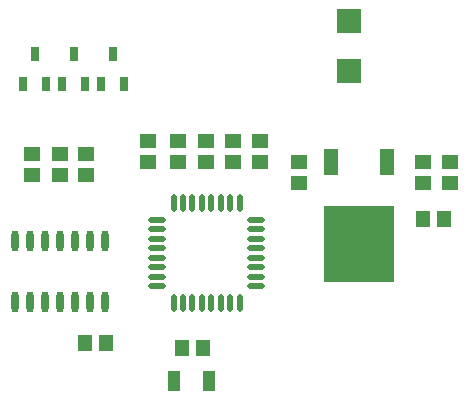
<source format=gtp>
G04*
G04 #@! TF.GenerationSoftware,Altium Limited,Altium Designer,18.1.9 (240)*
G04*
G04 Layer_Color=8421504*
%FSLAX25Y25*%
%MOIN*%
G70*
G01*
G75*
%ADD18O,0.02362X0.07087*%
%ADD19O,0.02165X0.05906*%
%ADD20O,0.05906X0.02165*%
%ADD21R,0.04567X0.05787*%
%ADD22R,0.05787X0.04567*%
%ADD23R,0.04449X0.07087*%
%ADD24R,0.07874X0.07874*%
%ADD25R,0.23622X0.25591*%
%ADD26R,0.04724X0.08661*%
%ADD27R,0.02756X0.04921*%
D18*
X63945Y57642D02*
D03*
X58945D02*
D03*
X53945D02*
D03*
X48945D02*
D03*
X43945D02*
D03*
X38945D02*
D03*
X33945D02*
D03*
X63945Y37169D02*
D03*
X58945D02*
D03*
X53945D02*
D03*
X48945D02*
D03*
X43945D02*
D03*
X38945D02*
D03*
X33945D02*
D03*
D19*
X86886Y70016D02*
D03*
X90035D02*
D03*
X93185D02*
D03*
X96335D02*
D03*
X99484D02*
D03*
X102634D02*
D03*
X105783D02*
D03*
X108933D02*
D03*
Y36945D02*
D03*
X105783D02*
D03*
X102634D02*
D03*
X99484D02*
D03*
X96335D02*
D03*
X93185D02*
D03*
X90035D02*
D03*
X86886D02*
D03*
D20*
X114445Y64504D02*
D03*
Y61354D02*
D03*
Y58205D02*
D03*
Y55055D02*
D03*
Y51906D02*
D03*
Y48756D02*
D03*
Y45606D02*
D03*
Y42457D02*
D03*
X81374D02*
D03*
Y45606D02*
D03*
Y48756D02*
D03*
Y51906D02*
D03*
Y55055D02*
D03*
Y58205D02*
D03*
Y61354D02*
D03*
Y64504D02*
D03*
D21*
X57441Y23406D02*
D03*
X64449D02*
D03*
X89681Y21906D02*
D03*
X96689D02*
D03*
X177004Y64811D02*
D03*
X169996D02*
D03*
D22*
X88445Y83902D02*
D03*
Y90909D02*
D03*
X57850Y86504D02*
D03*
Y79496D02*
D03*
X48945Y86504D02*
D03*
Y79496D02*
D03*
X39850Y86504D02*
D03*
Y79496D02*
D03*
X128850Y84004D02*
D03*
Y76996D02*
D03*
X170000Y84004D02*
D03*
Y76996D02*
D03*
X78445Y83902D02*
D03*
Y90910D02*
D03*
X97791Y83902D02*
D03*
Y90909D02*
D03*
X106791Y83902D02*
D03*
Y90909D02*
D03*
X179000Y84004D02*
D03*
Y76996D02*
D03*
X115791Y90909D02*
D03*
Y83902D02*
D03*
D23*
X98811Y10906D02*
D03*
X87079D02*
D03*
D24*
X145500Y114232D02*
D03*
Y130768D02*
D03*
D25*
X148741Y56363D02*
D03*
D26*
X158038Y83922D02*
D03*
X139445Y83906D02*
D03*
D27*
X40594Y119768D02*
D03*
X44335Y109925D02*
D03*
X36854D02*
D03*
X53594Y119768D02*
D03*
X57335Y109925D02*
D03*
X49854D02*
D03*
X66594Y119768D02*
D03*
X70335Y109925D02*
D03*
X62854D02*
D03*
M02*

</source>
